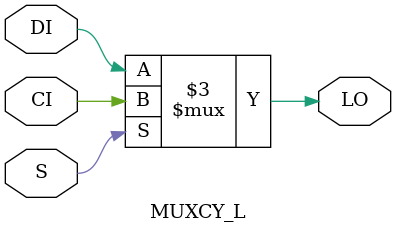
<source format=v>


`timescale  1 ps / 1 ps

module MUXCY_L (LO, CI, DI, S);

    output LO;
    reg    LO;

    input  CI, DI, S;

	always @(CI or DI or S) 
	    if (S)
		LO = CI;
	    else
		LO = DI;
endmodule


</source>
